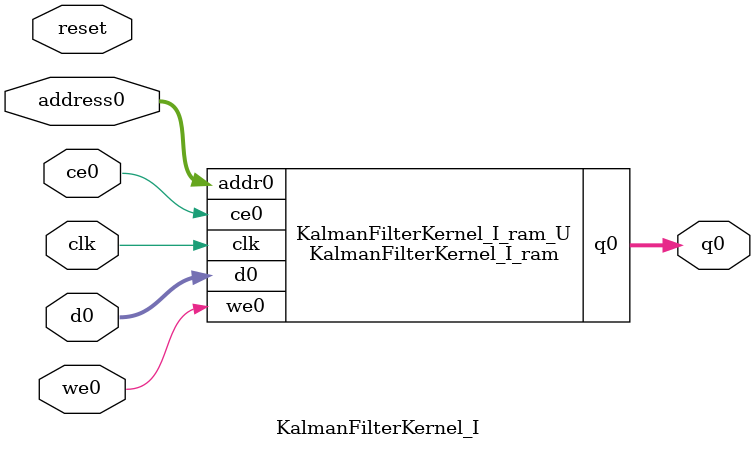
<source format=v>
`timescale 1 ns / 1 ps
module KalmanFilterKernel_I_ram (addr0, ce0, d0, we0, q0,  clk);

parameter DWIDTH = 32;
parameter AWIDTH = 6;
parameter MEM_SIZE = 36;

input[AWIDTH-1:0] addr0;
input ce0;
input[DWIDTH-1:0] d0;
input we0;
output reg[DWIDTH-1:0] q0;
input clk;

reg [DWIDTH-1:0] ram[0:MEM_SIZE-1];




always @(posedge clk)  
begin 
    if (ce0) begin
        if (we0) 
            ram[addr0] <= d0; 
        q0 <= ram[addr0];
    end
end


endmodule

`timescale 1 ns / 1 ps
module KalmanFilterKernel_I(
    reset,
    clk,
    address0,
    ce0,
    we0,
    d0,
    q0);

parameter DataWidth = 32'd32;
parameter AddressRange = 32'd36;
parameter AddressWidth = 32'd6;
input reset;
input clk;
input[AddressWidth - 1:0] address0;
input ce0;
input we0;
input[DataWidth - 1:0] d0;
output[DataWidth - 1:0] q0;



KalmanFilterKernel_I_ram KalmanFilterKernel_I_ram_U(
    .clk( clk ),
    .addr0( address0 ),
    .ce0( ce0 ),
    .we0( we0 ),
    .d0( d0 ),
    .q0( q0 ));

endmodule


</source>
